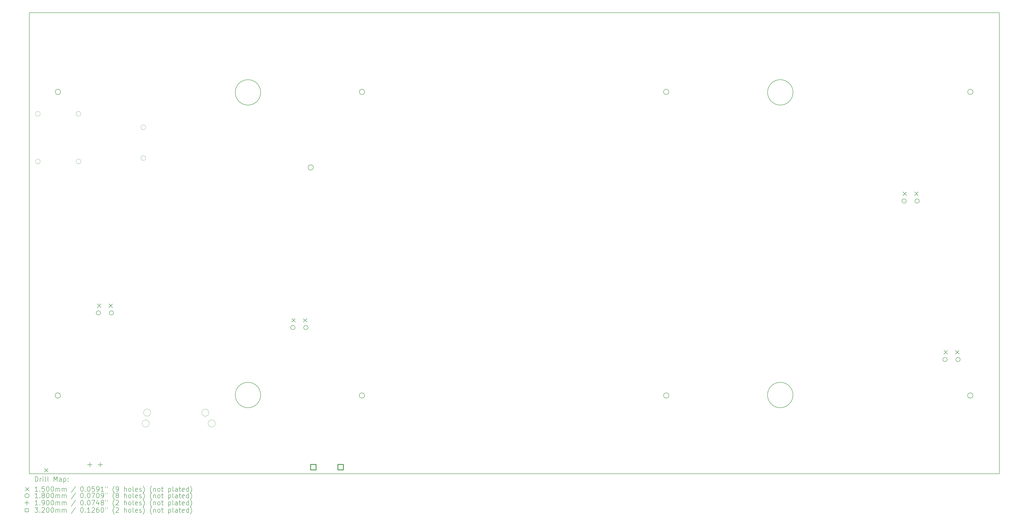
<source format=gbr>
%FSLAX45Y45*%
G04 Gerber Fmt 4.5, Leading zero omitted, Abs format (unit mm)*
G04 Created by KiCad (PCBNEW (6.0.1)) date 2023-03-07 12:10:30*
%MOMM*%
%LPD*%
G01*
G04 APERTURE LIST*
%TA.AperFunction,Profile*%
%ADD10C,0.100000*%
%TD*%
%TA.AperFunction,Profile*%
%ADD11C,0.160000*%
%TD*%
%ADD12C,0.200000*%
%ADD13C,0.150000*%
%ADD14C,0.180000*%
%ADD15C,0.190000*%
%ADD16C,0.320000*%
G04 APERTURE END LIST*
D10*
X6132500Y-7105826D02*
G75*
G03*
X6132500Y-7105826I-100000J0D01*
G01*
X6132500Y-8398394D02*
G75*
G03*
X6132500Y-8398394I-100000J0D01*
G01*
D11*
X33252335Y-5642700D02*
G75*
G03*
X33252335Y-5642700I-533400J0D01*
G01*
X1257300Y-21650000D02*
X41897300Y-21650000D01*
X41897300Y-2298914D02*
X1257300Y-2298914D01*
X15304573Y-5620000D02*
G75*
G03*
X15304573Y-5620000I-110000J0D01*
G01*
X1257300Y-2298914D02*
X1257300Y-21650000D01*
D10*
X8779000Y-19084000D02*
G75*
G03*
X8779000Y-19084000I-150000J0D01*
G01*
D11*
X28048702Y-5620000D02*
G75*
G03*
X28048702Y-5620000I-110000J0D01*
G01*
X28048916Y-18363435D02*
G75*
G03*
X28048916Y-18363435I-110000J0D01*
G01*
X13155300Y-8792914D02*
G75*
G03*
X13155300Y-8792914I-110000J0D01*
G01*
X10950352Y-18342320D02*
G75*
G03*
X10950352Y-18342320I-533400J0D01*
G01*
X10950720Y-5643270D02*
G75*
G03*
X10950720Y-5643270I-533400J0D01*
G01*
D10*
X3415575Y-6540713D02*
G75*
G03*
X3415575Y-6540713I-99968J0D01*
G01*
D11*
X41897300Y-21650000D02*
X41897300Y-2298914D01*
X40792215Y-5620000D02*
G75*
G03*
X40792215Y-5620000I-110000J0D01*
G01*
D10*
X1715408Y-6543253D02*
G75*
G03*
X1715408Y-6543253I-99968J0D01*
G01*
D11*
X2564386Y-5620000D02*
G75*
G03*
X2564386Y-5620000I-110000J0D01*
G01*
X40787018Y-18363435D02*
G75*
G03*
X40787018Y-18363435I-110000J0D01*
G01*
D10*
X9044300Y-19536300D02*
G75*
G03*
X9044300Y-19536300I-150000J0D01*
G01*
X6282300Y-19536300D02*
G75*
G03*
X6282300Y-19536300I-150000J0D01*
G01*
D11*
X15303727Y-18363435D02*
G75*
G03*
X15303727Y-18363435I-110000J0D01*
G01*
X2559925Y-18363435D02*
G75*
G03*
X2559925Y-18363435I-110000J0D01*
G01*
D10*
X3417208Y-8542234D02*
G75*
G03*
X3417208Y-8542234I-99968J0D01*
G01*
X1715408Y-8542234D02*
G75*
G03*
X1715408Y-8542234I-99968J0D01*
G01*
D11*
X33249548Y-18342320D02*
G75*
G03*
X33249548Y-18342320I-533400J0D01*
G01*
D10*
X6343000Y-19081000D02*
G75*
G03*
X6343000Y-19081000I-150000J0D01*
G01*
D12*
D13*
X1891000Y-21428000D02*
X2041000Y-21578000D01*
X2041000Y-21428000D02*
X1891000Y-21578000D01*
X4106720Y-14518113D02*
X4256720Y-14668113D01*
X4256720Y-14518113D02*
X4106720Y-14668113D01*
X4591720Y-14518113D02*
X4741720Y-14668113D01*
X4741720Y-14518113D02*
X4591720Y-14668113D01*
X12251994Y-15131588D02*
X12401994Y-15281588D01*
X12401994Y-15131588D02*
X12251994Y-15281588D01*
X12736994Y-15131588D02*
X12886994Y-15281588D01*
X12886994Y-15131588D02*
X12736994Y-15281588D01*
X37861240Y-9822340D02*
X38011240Y-9972340D01*
X38011240Y-9822340D02*
X37861240Y-9972340D01*
X38346240Y-9822340D02*
X38496240Y-9972340D01*
X38496240Y-9822340D02*
X38346240Y-9972340D01*
X39573200Y-16474600D02*
X39723200Y-16624600D01*
X39723200Y-16474600D02*
X39573200Y-16624600D01*
X40058200Y-16474600D02*
X40208200Y-16624600D01*
X40208200Y-16474600D02*
X40058200Y-16624600D01*
D14*
X4241720Y-14896113D02*
G75*
G03*
X4241720Y-14896113I-90000J0D01*
G01*
X4786720Y-14896113D02*
G75*
G03*
X4786720Y-14896113I-90000J0D01*
G01*
X12386994Y-15509588D02*
G75*
G03*
X12386994Y-15509588I-90000J0D01*
G01*
X12931994Y-15509588D02*
G75*
G03*
X12931994Y-15509588I-90000J0D01*
G01*
X37996240Y-10200340D02*
G75*
G03*
X37996240Y-10200340I-90000J0D01*
G01*
X38541240Y-10200340D02*
G75*
G03*
X38541240Y-10200340I-90000J0D01*
G01*
X39708200Y-16852600D02*
G75*
G03*
X39708200Y-16852600I-90000J0D01*
G01*
X40253200Y-16852600D02*
G75*
G03*
X40253200Y-16852600I-90000J0D01*
G01*
D15*
X3792000Y-21171000D02*
X3792000Y-21361000D01*
X3697000Y-21266000D02*
X3887000Y-21266000D01*
X4232000Y-21171000D02*
X4232000Y-21361000D01*
X4137000Y-21266000D02*
X4327000Y-21266000D01*
D16*
X13271888Y-21483138D02*
X13271888Y-21256862D01*
X13045612Y-21256862D01*
X13045612Y-21483138D01*
X13271888Y-21483138D01*
X14414888Y-21483138D02*
X14414888Y-21256862D01*
X14188612Y-21256862D01*
X14188612Y-21483138D01*
X14414888Y-21483138D01*
D12*
X1506919Y-21968476D02*
X1506919Y-21768476D01*
X1554538Y-21768476D01*
X1583109Y-21778000D01*
X1602157Y-21797048D01*
X1611681Y-21816095D01*
X1621205Y-21854190D01*
X1621205Y-21882762D01*
X1611681Y-21920857D01*
X1602157Y-21939905D01*
X1583109Y-21958952D01*
X1554538Y-21968476D01*
X1506919Y-21968476D01*
X1706919Y-21968476D02*
X1706919Y-21835143D01*
X1706919Y-21873238D02*
X1716443Y-21854190D01*
X1725967Y-21844667D01*
X1745014Y-21835143D01*
X1764062Y-21835143D01*
X1830728Y-21968476D02*
X1830728Y-21835143D01*
X1830728Y-21768476D02*
X1821205Y-21778000D01*
X1830728Y-21787524D01*
X1840252Y-21778000D01*
X1830728Y-21768476D01*
X1830728Y-21787524D01*
X1954538Y-21968476D02*
X1935490Y-21958952D01*
X1925967Y-21939905D01*
X1925967Y-21768476D01*
X2059300Y-21968476D02*
X2040252Y-21958952D01*
X2030728Y-21939905D01*
X2030728Y-21768476D01*
X2287871Y-21968476D02*
X2287871Y-21768476D01*
X2354538Y-21911333D01*
X2421205Y-21768476D01*
X2421205Y-21968476D01*
X2602157Y-21968476D02*
X2602157Y-21863714D01*
X2592633Y-21844667D01*
X2573586Y-21835143D01*
X2535490Y-21835143D01*
X2516443Y-21844667D01*
X2602157Y-21958952D02*
X2583110Y-21968476D01*
X2535490Y-21968476D01*
X2516443Y-21958952D01*
X2506919Y-21939905D01*
X2506919Y-21920857D01*
X2516443Y-21901810D01*
X2535490Y-21892286D01*
X2583110Y-21892286D01*
X2602157Y-21882762D01*
X2697395Y-21835143D02*
X2697395Y-22035143D01*
X2697395Y-21844667D02*
X2716443Y-21835143D01*
X2754538Y-21835143D01*
X2773586Y-21844667D01*
X2783110Y-21854190D01*
X2792633Y-21873238D01*
X2792633Y-21930381D01*
X2783110Y-21949429D01*
X2773586Y-21958952D01*
X2754538Y-21968476D01*
X2716443Y-21968476D01*
X2697395Y-21958952D01*
X2878348Y-21949429D02*
X2887871Y-21958952D01*
X2878348Y-21968476D01*
X2868824Y-21958952D01*
X2878348Y-21949429D01*
X2878348Y-21968476D01*
X2878348Y-21844667D02*
X2887871Y-21854190D01*
X2878348Y-21863714D01*
X2868824Y-21854190D01*
X2878348Y-21844667D01*
X2878348Y-21863714D01*
D13*
X1099300Y-22223000D02*
X1249300Y-22373000D01*
X1249300Y-22223000D02*
X1099300Y-22373000D01*
D12*
X1611681Y-22388476D02*
X1497395Y-22388476D01*
X1554538Y-22388476D02*
X1554538Y-22188476D01*
X1535490Y-22217048D01*
X1516443Y-22236095D01*
X1497395Y-22245619D01*
X1697395Y-22369429D02*
X1706919Y-22378952D01*
X1697395Y-22388476D01*
X1687871Y-22378952D01*
X1697395Y-22369429D01*
X1697395Y-22388476D01*
X1887871Y-22188476D02*
X1792633Y-22188476D01*
X1783109Y-22283714D01*
X1792633Y-22274190D01*
X1811681Y-22264667D01*
X1859300Y-22264667D01*
X1878348Y-22274190D01*
X1887871Y-22283714D01*
X1897395Y-22302762D01*
X1897395Y-22350381D01*
X1887871Y-22369429D01*
X1878348Y-22378952D01*
X1859300Y-22388476D01*
X1811681Y-22388476D01*
X1792633Y-22378952D01*
X1783109Y-22369429D01*
X2021205Y-22188476D02*
X2040252Y-22188476D01*
X2059300Y-22198000D01*
X2068824Y-22207524D01*
X2078348Y-22226571D01*
X2087871Y-22264667D01*
X2087871Y-22312286D01*
X2078348Y-22350381D01*
X2068824Y-22369429D01*
X2059300Y-22378952D01*
X2040252Y-22388476D01*
X2021205Y-22388476D01*
X2002157Y-22378952D01*
X1992633Y-22369429D01*
X1983109Y-22350381D01*
X1973586Y-22312286D01*
X1973586Y-22264667D01*
X1983109Y-22226571D01*
X1992633Y-22207524D01*
X2002157Y-22198000D01*
X2021205Y-22188476D01*
X2211681Y-22188476D02*
X2230729Y-22188476D01*
X2249776Y-22198000D01*
X2259300Y-22207524D01*
X2268824Y-22226571D01*
X2278348Y-22264667D01*
X2278348Y-22312286D01*
X2268824Y-22350381D01*
X2259300Y-22369429D01*
X2249776Y-22378952D01*
X2230729Y-22388476D01*
X2211681Y-22388476D01*
X2192633Y-22378952D01*
X2183110Y-22369429D01*
X2173586Y-22350381D01*
X2164062Y-22312286D01*
X2164062Y-22264667D01*
X2173586Y-22226571D01*
X2183110Y-22207524D01*
X2192633Y-22198000D01*
X2211681Y-22188476D01*
X2364062Y-22388476D02*
X2364062Y-22255143D01*
X2364062Y-22274190D02*
X2373586Y-22264667D01*
X2392633Y-22255143D01*
X2421205Y-22255143D01*
X2440252Y-22264667D01*
X2449776Y-22283714D01*
X2449776Y-22388476D01*
X2449776Y-22283714D02*
X2459300Y-22264667D01*
X2478348Y-22255143D01*
X2506919Y-22255143D01*
X2525967Y-22264667D01*
X2535490Y-22283714D01*
X2535490Y-22388476D01*
X2630729Y-22388476D02*
X2630729Y-22255143D01*
X2630729Y-22274190D02*
X2640252Y-22264667D01*
X2659300Y-22255143D01*
X2687871Y-22255143D01*
X2706919Y-22264667D01*
X2716443Y-22283714D01*
X2716443Y-22388476D01*
X2716443Y-22283714D02*
X2725967Y-22264667D01*
X2745014Y-22255143D01*
X2773586Y-22255143D01*
X2792633Y-22264667D01*
X2802157Y-22283714D01*
X2802157Y-22388476D01*
X3192633Y-22178952D02*
X3021205Y-22436095D01*
X3449776Y-22188476D02*
X3468824Y-22188476D01*
X3487871Y-22198000D01*
X3497395Y-22207524D01*
X3506919Y-22226571D01*
X3516443Y-22264667D01*
X3516443Y-22312286D01*
X3506919Y-22350381D01*
X3497395Y-22369429D01*
X3487871Y-22378952D01*
X3468824Y-22388476D01*
X3449776Y-22388476D01*
X3430728Y-22378952D01*
X3421205Y-22369429D01*
X3411681Y-22350381D01*
X3402157Y-22312286D01*
X3402157Y-22264667D01*
X3411681Y-22226571D01*
X3421205Y-22207524D01*
X3430728Y-22198000D01*
X3449776Y-22188476D01*
X3602157Y-22369429D02*
X3611681Y-22378952D01*
X3602157Y-22388476D01*
X3592633Y-22378952D01*
X3602157Y-22369429D01*
X3602157Y-22388476D01*
X3735490Y-22188476D02*
X3754538Y-22188476D01*
X3773586Y-22198000D01*
X3783109Y-22207524D01*
X3792633Y-22226571D01*
X3802157Y-22264667D01*
X3802157Y-22312286D01*
X3792633Y-22350381D01*
X3783109Y-22369429D01*
X3773586Y-22378952D01*
X3754538Y-22388476D01*
X3735490Y-22388476D01*
X3716443Y-22378952D01*
X3706919Y-22369429D01*
X3697395Y-22350381D01*
X3687871Y-22312286D01*
X3687871Y-22264667D01*
X3697395Y-22226571D01*
X3706919Y-22207524D01*
X3716443Y-22198000D01*
X3735490Y-22188476D01*
X3983109Y-22188476D02*
X3887871Y-22188476D01*
X3878348Y-22283714D01*
X3887871Y-22274190D01*
X3906919Y-22264667D01*
X3954538Y-22264667D01*
X3973586Y-22274190D01*
X3983109Y-22283714D01*
X3992633Y-22302762D01*
X3992633Y-22350381D01*
X3983109Y-22369429D01*
X3973586Y-22378952D01*
X3954538Y-22388476D01*
X3906919Y-22388476D01*
X3887871Y-22378952D01*
X3878348Y-22369429D01*
X4087871Y-22388476D02*
X4125967Y-22388476D01*
X4145014Y-22378952D01*
X4154538Y-22369429D01*
X4173586Y-22340857D01*
X4183109Y-22302762D01*
X4183109Y-22226571D01*
X4173586Y-22207524D01*
X4164062Y-22198000D01*
X4145014Y-22188476D01*
X4106919Y-22188476D01*
X4087871Y-22198000D01*
X4078348Y-22207524D01*
X4068824Y-22226571D01*
X4068824Y-22274190D01*
X4078348Y-22293238D01*
X4087871Y-22302762D01*
X4106919Y-22312286D01*
X4145014Y-22312286D01*
X4164062Y-22302762D01*
X4173586Y-22293238D01*
X4183109Y-22274190D01*
X4373586Y-22388476D02*
X4259300Y-22388476D01*
X4316443Y-22388476D02*
X4316443Y-22188476D01*
X4297395Y-22217048D01*
X4278348Y-22236095D01*
X4259300Y-22245619D01*
X4449776Y-22188476D02*
X4449776Y-22226571D01*
X4525967Y-22188476D02*
X4525967Y-22226571D01*
X4821205Y-22464667D02*
X4811681Y-22455143D01*
X4792633Y-22426571D01*
X4783110Y-22407524D01*
X4773586Y-22378952D01*
X4764062Y-22331333D01*
X4764062Y-22293238D01*
X4773586Y-22245619D01*
X4783110Y-22217048D01*
X4792633Y-22198000D01*
X4811681Y-22169429D01*
X4821205Y-22159905D01*
X4906919Y-22388476D02*
X4945014Y-22388476D01*
X4964062Y-22378952D01*
X4973586Y-22369429D01*
X4992633Y-22340857D01*
X5002157Y-22302762D01*
X5002157Y-22226571D01*
X4992633Y-22207524D01*
X4983110Y-22198000D01*
X4964062Y-22188476D01*
X4925967Y-22188476D01*
X4906919Y-22198000D01*
X4897395Y-22207524D01*
X4887871Y-22226571D01*
X4887871Y-22274190D01*
X4897395Y-22293238D01*
X4906919Y-22302762D01*
X4925967Y-22312286D01*
X4964062Y-22312286D01*
X4983110Y-22302762D01*
X4992633Y-22293238D01*
X5002157Y-22274190D01*
X5240252Y-22388476D02*
X5240252Y-22188476D01*
X5325967Y-22388476D02*
X5325967Y-22283714D01*
X5316443Y-22264667D01*
X5297395Y-22255143D01*
X5268824Y-22255143D01*
X5249776Y-22264667D01*
X5240252Y-22274190D01*
X5449776Y-22388476D02*
X5430729Y-22378952D01*
X5421205Y-22369429D01*
X5411681Y-22350381D01*
X5411681Y-22293238D01*
X5421205Y-22274190D01*
X5430729Y-22264667D01*
X5449776Y-22255143D01*
X5478348Y-22255143D01*
X5497395Y-22264667D01*
X5506919Y-22274190D01*
X5516443Y-22293238D01*
X5516443Y-22350381D01*
X5506919Y-22369429D01*
X5497395Y-22378952D01*
X5478348Y-22388476D01*
X5449776Y-22388476D01*
X5630728Y-22388476D02*
X5611681Y-22378952D01*
X5602157Y-22359905D01*
X5602157Y-22188476D01*
X5783109Y-22378952D02*
X5764062Y-22388476D01*
X5725967Y-22388476D01*
X5706919Y-22378952D01*
X5697395Y-22359905D01*
X5697395Y-22283714D01*
X5706919Y-22264667D01*
X5725967Y-22255143D01*
X5764062Y-22255143D01*
X5783109Y-22264667D01*
X5792633Y-22283714D01*
X5792633Y-22302762D01*
X5697395Y-22321810D01*
X5868824Y-22378952D02*
X5887871Y-22388476D01*
X5925967Y-22388476D01*
X5945014Y-22378952D01*
X5954538Y-22359905D01*
X5954538Y-22350381D01*
X5945014Y-22331333D01*
X5925967Y-22321810D01*
X5897395Y-22321810D01*
X5878348Y-22312286D01*
X5868824Y-22293238D01*
X5868824Y-22283714D01*
X5878348Y-22264667D01*
X5897395Y-22255143D01*
X5925967Y-22255143D01*
X5945014Y-22264667D01*
X6021205Y-22464667D02*
X6030728Y-22455143D01*
X6049776Y-22426571D01*
X6059300Y-22407524D01*
X6068824Y-22378952D01*
X6078348Y-22331333D01*
X6078348Y-22293238D01*
X6068824Y-22245619D01*
X6059300Y-22217048D01*
X6049776Y-22198000D01*
X6030728Y-22169429D01*
X6021205Y-22159905D01*
X6383109Y-22464667D02*
X6373586Y-22455143D01*
X6354538Y-22426571D01*
X6345014Y-22407524D01*
X6335490Y-22378952D01*
X6325967Y-22331333D01*
X6325967Y-22293238D01*
X6335490Y-22245619D01*
X6345014Y-22217048D01*
X6354538Y-22198000D01*
X6373586Y-22169429D01*
X6383109Y-22159905D01*
X6459300Y-22255143D02*
X6459300Y-22388476D01*
X6459300Y-22274190D02*
X6468824Y-22264667D01*
X6487871Y-22255143D01*
X6516443Y-22255143D01*
X6535490Y-22264667D01*
X6545014Y-22283714D01*
X6545014Y-22388476D01*
X6668824Y-22388476D02*
X6649776Y-22378952D01*
X6640252Y-22369429D01*
X6630728Y-22350381D01*
X6630728Y-22293238D01*
X6640252Y-22274190D01*
X6649776Y-22264667D01*
X6668824Y-22255143D01*
X6697395Y-22255143D01*
X6716443Y-22264667D01*
X6725967Y-22274190D01*
X6735490Y-22293238D01*
X6735490Y-22350381D01*
X6725967Y-22369429D01*
X6716443Y-22378952D01*
X6697395Y-22388476D01*
X6668824Y-22388476D01*
X6792633Y-22255143D02*
X6868824Y-22255143D01*
X6821205Y-22188476D02*
X6821205Y-22359905D01*
X6830728Y-22378952D01*
X6849776Y-22388476D01*
X6868824Y-22388476D01*
X7087871Y-22255143D02*
X7087871Y-22455143D01*
X7087871Y-22264667D02*
X7106919Y-22255143D01*
X7145014Y-22255143D01*
X7164062Y-22264667D01*
X7173586Y-22274190D01*
X7183109Y-22293238D01*
X7183109Y-22350381D01*
X7173586Y-22369429D01*
X7164062Y-22378952D01*
X7145014Y-22388476D01*
X7106919Y-22388476D01*
X7087871Y-22378952D01*
X7297395Y-22388476D02*
X7278348Y-22378952D01*
X7268824Y-22359905D01*
X7268824Y-22188476D01*
X7459300Y-22388476D02*
X7459300Y-22283714D01*
X7449776Y-22264667D01*
X7430728Y-22255143D01*
X7392633Y-22255143D01*
X7373586Y-22264667D01*
X7459300Y-22378952D02*
X7440252Y-22388476D01*
X7392633Y-22388476D01*
X7373586Y-22378952D01*
X7364062Y-22359905D01*
X7364062Y-22340857D01*
X7373586Y-22321810D01*
X7392633Y-22312286D01*
X7440252Y-22312286D01*
X7459300Y-22302762D01*
X7525967Y-22255143D02*
X7602157Y-22255143D01*
X7554538Y-22188476D02*
X7554538Y-22359905D01*
X7564062Y-22378952D01*
X7583109Y-22388476D01*
X7602157Y-22388476D01*
X7745014Y-22378952D02*
X7725967Y-22388476D01*
X7687871Y-22388476D01*
X7668824Y-22378952D01*
X7659300Y-22359905D01*
X7659300Y-22283714D01*
X7668824Y-22264667D01*
X7687871Y-22255143D01*
X7725967Y-22255143D01*
X7745014Y-22264667D01*
X7754538Y-22283714D01*
X7754538Y-22302762D01*
X7659300Y-22321810D01*
X7925967Y-22388476D02*
X7925967Y-22188476D01*
X7925967Y-22378952D02*
X7906919Y-22388476D01*
X7868824Y-22388476D01*
X7849776Y-22378952D01*
X7840252Y-22369429D01*
X7830728Y-22350381D01*
X7830728Y-22293238D01*
X7840252Y-22274190D01*
X7849776Y-22264667D01*
X7868824Y-22255143D01*
X7906919Y-22255143D01*
X7925967Y-22264667D01*
X8002157Y-22464667D02*
X8011681Y-22455143D01*
X8030728Y-22426571D01*
X8040252Y-22407524D01*
X8049776Y-22378952D01*
X8059300Y-22331333D01*
X8059300Y-22293238D01*
X8049776Y-22245619D01*
X8040252Y-22217048D01*
X8030728Y-22198000D01*
X8011681Y-22169429D01*
X8002157Y-22159905D01*
D14*
X1249300Y-22568000D02*
G75*
G03*
X1249300Y-22568000I-90000J0D01*
G01*
D12*
X1611681Y-22658476D02*
X1497395Y-22658476D01*
X1554538Y-22658476D02*
X1554538Y-22458476D01*
X1535490Y-22487048D01*
X1516443Y-22506095D01*
X1497395Y-22515619D01*
X1697395Y-22639428D02*
X1706919Y-22648952D01*
X1697395Y-22658476D01*
X1687871Y-22648952D01*
X1697395Y-22639428D01*
X1697395Y-22658476D01*
X1821205Y-22544190D02*
X1802157Y-22534667D01*
X1792633Y-22525143D01*
X1783109Y-22506095D01*
X1783109Y-22496571D01*
X1792633Y-22477524D01*
X1802157Y-22468000D01*
X1821205Y-22458476D01*
X1859300Y-22458476D01*
X1878348Y-22468000D01*
X1887871Y-22477524D01*
X1897395Y-22496571D01*
X1897395Y-22506095D01*
X1887871Y-22525143D01*
X1878348Y-22534667D01*
X1859300Y-22544190D01*
X1821205Y-22544190D01*
X1802157Y-22553714D01*
X1792633Y-22563238D01*
X1783109Y-22582286D01*
X1783109Y-22620381D01*
X1792633Y-22639428D01*
X1802157Y-22648952D01*
X1821205Y-22658476D01*
X1859300Y-22658476D01*
X1878348Y-22648952D01*
X1887871Y-22639428D01*
X1897395Y-22620381D01*
X1897395Y-22582286D01*
X1887871Y-22563238D01*
X1878348Y-22553714D01*
X1859300Y-22544190D01*
X2021205Y-22458476D02*
X2040252Y-22458476D01*
X2059300Y-22468000D01*
X2068824Y-22477524D01*
X2078348Y-22496571D01*
X2087871Y-22534667D01*
X2087871Y-22582286D01*
X2078348Y-22620381D01*
X2068824Y-22639428D01*
X2059300Y-22648952D01*
X2040252Y-22658476D01*
X2021205Y-22658476D01*
X2002157Y-22648952D01*
X1992633Y-22639428D01*
X1983109Y-22620381D01*
X1973586Y-22582286D01*
X1973586Y-22534667D01*
X1983109Y-22496571D01*
X1992633Y-22477524D01*
X2002157Y-22468000D01*
X2021205Y-22458476D01*
X2211681Y-22458476D02*
X2230729Y-22458476D01*
X2249776Y-22468000D01*
X2259300Y-22477524D01*
X2268824Y-22496571D01*
X2278348Y-22534667D01*
X2278348Y-22582286D01*
X2268824Y-22620381D01*
X2259300Y-22639428D01*
X2249776Y-22648952D01*
X2230729Y-22658476D01*
X2211681Y-22658476D01*
X2192633Y-22648952D01*
X2183110Y-22639428D01*
X2173586Y-22620381D01*
X2164062Y-22582286D01*
X2164062Y-22534667D01*
X2173586Y-22496571D01*
X2183110Y-22477524D01*
X2192633Y-22468000D01*
X2211681Y-22458476D01*
X2364062Y-22658476D02*
X2364062Y-22525143D01*
X2364062Y-22544190D02*
X2373586Y-22534667D01*
X2392633Y-22525143D01*
X2421205Y-22525143D01*
X2440252Y-22534667D01*
X2449776Y-22553714D01*
X2449776Y-22658476D01*
X2449776Y-22553714D02*
X2459300Y-22534667D01*
X2478348Y-22525143D01*
X2506919Y-22525143D01*
X2525967Y-22534667D01*
X2535490Y-22553714D01*
X2535490Y-22658476D01*
X2630729Y-22658476D02*
X2630729Y-22525143D01*
X2630729Y-22544190D02*
X2640252Y-22534667D01*
X2659300Y-22525143D01*
X2687871Y-22525143D01*
X2706919Y-22534667D01*
X2716443Y-22553714D01*
X2716443Y-22658476D01*
X2716443Y-22553714D02*
X2725967Y-22534667D01*
X2745014Y-22525143D01*
X2773586Y-22525143D01*
X2792633Y-22534667D01*
X2802157Y-22553714D01*
X2802157Y-22658476D01*
X3192633Y-22448952D02*
X3021205Y-22706095D01*
X3449776Y-22458476D02*
X3468824Y-22458476D01*
X3487871Y-22468000D01*
X3497395Y-22477524D01*
X3506919Y-22496571D01*
X3516443Y-22534667D01*
X3516443Y-22582286D01*
X3506919Y-22620381D01*
X3497395Y-22639428D01*
X3487871Y-22648952D01*
X3468824Y-22658476D01*
X3449776Y-22658476D01*
X3430728Y-22648952D01*
X3421205Y-22639428D01*
X3411681Y-22620381D01*
X3402157Y-22582286D01*
X3402157Y-22534667D01*
X3411681Y-22496571D01*
X3421205Y-22477524D01*
X3430728Y-22468000D01*
X3449776Y-22458476D01*
X3602157Y-22639428D02*
X3611681Y-22648952D01*
X3602157Y-22658476D01*
X3592633Y-22648952D01*
X3602157Y-22639428D01*
X3602157Y-22658476D01*
X3735490Y-22458476D02*
X3754538Y-22458476D01*
X3773586Y-22468000D01*
X3783109Y-22477524D01*
X3792633Y-22496571D01*
X3802157Y-22534667D01*
X3802157Y-22582286D01*
X3792633Y-22620381D01*
X3783109Y-22639428D01*
X3773586Y-22648952D01*
X3754538Y-22658476D01*
X3735490Y-22658476D01*
X3716443Y-22648952D01*
X3706919Y-22639428D01*
X3697395Y-22620381D01*
X3687871Y-22582286D01*
X3687871Y-22534667D01*
X3697395Y-22496571D01*
X3706919Y-22477524D01*
X3716443Y-22468000D01*
X3735490Y-22458476D01*
X3868824Y-22458476D02*
X4002157Y-22458476D01*
X3916443Y-22658476D01*
X4116443Y-22458476D02*
X4135490Y-22458476D01*
X4154538Y-22468000D01*
X4164062Y-22477524D01*
X4173586Y-22496571D01*
X4183109Y-22534667D01*
X4183109Y-22582286D01*
X4173586Y-22620381D01*
X4164062Y-22639428D01*
X4154538Y-22648952D01*
X4135490Y-22658476D01*
X4116443Y-22658476D01*
X4097395Y-22648952D01*
X4087871Y-22639428D01*
X4078348Y-22620381D01*
X4068824Y-22582286D01*
X4068824Y-22534667D01*
X4078348Y-22496571D01*
X4087871Y-22477524D01*
X4097395Y-22468000D01*
X4116443Y-22458476D01*
X4278348Y-22658476D02*
X4316443Y-22658476D01*
X4335490Y-22648952D01*
X4345014Y-22639428D01*
X4364062Y-22610857D01*
X4373586Y-22572762D01*
X4373586Y-22496571D01*
X4364062Y-22477524D01*
X4354538Y-22468000D01*
X4335490Y-22458476D01*
X4297395Y-22458476D01*
X4278348Y-22468000D01*
X4268824Y-22477524D01*
X4259300Y-22496571D01*
X4259300Y-22544190D01*
X4268824Y-22563238D01*
X4278348Y-22572762D01*
X4297395Y-22582286D01*
X4335490Y-22582286D01*
X4354538Y-22572762D01*
X4364062Y-22563238D01*
X4373586Y-22544190D01*
X4449776Y-22458476D02*
X4449776Y-22496571D01*
X4525967Y-22458476D02*
X4525967Y-22496571D01*
X4821205Y-22734667D02*
X4811681Y-22725143D01*
X4792633Y-22696571D01*
X4783110Y-22677524D01*
X4773586Y-22648952D01*
X4764062Y-22601333D01*
X4764062Y-22563238D01*
X4773586Y-22515619D01*
X4783110Y-22487048D01*
X4792633Y-22468000D01*
X4811681Y-22439428D01*
X4821205Y-22429905D01*
X4925967Y-22544190D02*
X4906919Y-22534667D01*
X4897395Y-22525143D01*
X4887871Y-22506095D01*
X4887871Y-22496571D01*
X4897395Y-22477524D01*
X4906919Y-22468000D01*
X4925967Y-22458476D01*
X4964062Y-22458476D01*
X4983110Y-22468000D01*
X4992633Y-22477524D01*
X5002157Y-22496571D01*
X5002157Y-22506095D01*
X4992633Y-22525143D01*
X4983110Y-22534667D01*
X4964062Y-22544190D01*
X4925967Y-22544190D01*
X4906919Y-22553714D01*
X4897395Y-22563238D01*
X4887871Y-22582286D01*
X4887871Y-22620381D01*
X4897395Y-22639428D01*
X4906919Y-22648952D01*
X4925967Y-22658476D01*
X4964062Y-22658476D01*
X4983110Y-22648952D01*
X4992633Y-22639428D01*
X5002157Y-22620381D01*
X5002157Y-22582286D01*
X4992633Y-22563238D01*
X4983110Y-22553714D01*
X4964062Y-22544190D01*
X5240252Y-22658476D02*
X5240252Y-22458476D01*
X5325967Y-22658476D02*
X5325967Y-22553714D01*
X5316443Y-22534667D01*
X5297395Y-22525143D01*
X5268824Y-22525143D01*
X5249776Y-22534667D01*
X5240252Y-22544190D01*
X5449776Y-22658476D02*
X5430729Y-22648952D01*
X5421205Y-22639428D01*
X5411681Y-22620381D01*
X5411681Y-22563238D01*
X5421205Y-22544190D01*
X5430729Y-22534667D01*
X5449776Y-22525143D01*
X5478348Y-22525143D01*
X5497395Y-22534667D01*
X5506919Y-22544190D01*
X5516443Y-22563238D01*
X5516443Y-22620381D01*
X5506919Y-22639428D01*
X5497395Y-22648952D01*
X5478348Y-22658476D01*
X5449776Y-22658476D01*
X5630728Y-22658476D02*
X5611681Y-22648952D01*
X5602157Y-22629905D01*
X5602157Y-22458476D01*
X5783109Y-22648952D02*
X5764062Y-22658476D01*
X5725967Y-22658476D01*
X5706919Y-22648952D01*
X5697395Y-22629905D01*
X5697395Y-22553714D01*
X5706919Y-22534667D01*
X5725967Y-22525143D01*
X5764062Y-22525143D01*
X5783109Y-22534667D01*
X5792633Y-22553714D01*
X5792633Y-22572762D01*
X5697395Y-22591809D01*
X5868824Y-22648952D02*
X5887871Y-22658476D01*
X5925967Y-22658476D01*
X5945014Y-22648952D01*
X5954538Y-22629905D01*
X5954538Y-22620381D01*
X5945014Y-22601333D01*
X5925967Y-22591809D01*
X5897395Y-22591809D01*
X5878348Y-22582286D01*
X5868824Y-22563238D01*
X5868824Y-22553714D01*
X5878348Y-22534667D01*
X5897395Y-22525143D01*
X5925967Y-22525143D01*
X5945014Y-22534667D01*
X6021205Y-22734667D02*
X6030728Y-22725143D01*
X6049776Y-22696571D01*
X6059300Y-22677524D01*
X6068824Y-22648952D01*
X6078348Y-22601333D01*
X6078348Y-22563238D01*
X6068824Y-22515619D01*
X6059300Y-22487048D01*
X6049776Y-22468000D01*
X6030728Y-22439428D01*
X6021205Y-22429905D01*
X6383109Y-22734667D02*
X6373586Y-22725143D01*
X6354538Y-22696571D01*
X6345014Y-22677524D01*
X6335490Y-22648952D01*
X6325967Y-22601333D01*
X6325967Y-22563238D01*
X6335490Y-22515619D01*
X6345014Y-22487048D01*
X6354538Y-22468000D01*
X6373586Y-22439428D01*
X6383109Y-22429905D01*
X6459300Y-22525143D02*
X6459300Y-22658476D01*
X6459300Y-22544190D02*
X6468824Y-22534667D01*
X6487871Y-22525143D01*
X6516443Y-22525143D01*
X6535490Y-22534667D01*
X6545014Y-22553714D01*
X6545014Y-22658476D01*
X6668824Y-22658476D02*
X6649776Y-22648952D01*
X6640252Y-22639428D01*
X6630728Y-22620381D01*
X6630728Y-22563238D01*
X6640252Y-22544190D01*
X6649776Y-22534667D01*
X6668824Y-22525143D01*
X6697395Y-22525143D01*
X6716443Y-22534667D01*
X6725967Y-22544190D01*
X6735490Y-22563238D01*
X6735490Y-22620381D01*
X6725967Y-22639428D01*
X6716443Y-22648952D01*
X6697395Y-22658476D01*
X6668824Y-22658476D01*
X6792633Y-22525143D02*
X6868824Y-22525143D01*
X6821205Y-22458476D02*
X6821205Y-22629905D01*
X6830728Y-22648952D01*
X6849776Y-22658476D01*
X6868824Y-22658476D01*
X7087871Y-22525143D02*
X7087871Y-22725143D01*
X7087871Y-22534667D02*
X7106919Y-22525143D01*
X7145014Y-22525143D01*
X7164062Y-22534667D01*
X7173586Y-22544190D01*
X7183109Y-22563238D01*
X7183109Y-22620381D01*
X7173586Y-22639428D01*
X7164062Y-22648952D01*
X7145014Y-22658476D01*
X7106919Y-22658476D01*
X7087871Y-22648952D01*
X7297395Y-22658476D02*
X7278348Y-22648952D01*
X7268824Y-22629905D01*
X7268824Y-22458476D01*
X7459300Y-22658476D02*
X7459300Y-22553714D01*
X7449776Y-22534667D01*
X7430728Y-22525143D01*
X7392633Y-22525143D01*
X7373586Y-22534667D01*
X7459300Y-22648952D02*
X7440252Y-22658476D01*
X7392633Y-22658476D01*
X7373586Y-22648952D01*
X7364062Y-22629905D01*
X7364062Y-22610857D01*
X7373586Y-22591809D01*
X7392633Y-22582286D01*
X7440252Y-22582286D01*
X7459300Y-22572762D01*
X7525967Y-22525143D02*
X7602157Y-22525143D01*
X7554538Y-22458476D02*
X7554538Y-22629905D01*
X7564062Y-22648952D01*
X7583109Y-22658476D01*
X7602157Y-22658476D01*
X7745014Y-22648952D02*
X7725967Y-22658476D01*
X7687871Y-22658476D01*
X7668824Y-22648952D01*
X7659300Y-22629905D01*
X7659300Y-22553714D01*
X7668824Y-22534667D01*
X7687871Y-22525143D01*
X7725967Y-22525143D01*
X7745014Y-22534667D01*
X7754538Y-22553714D01*
X7754538Y-22572762D01*
X7659300Y-22591809D01*
X7925967Y-22658476D02*
X7925967Y-22458476D01*
X7925967Y-22648952D02*
X7906919Y-22658476D01*
X7868824Y-22658476D01*
X7849776Y-22648952D01*
X7840252Y-22639428D01*
X7830728Y-22620381D01*
X7830728Y-22563238D01*
X7840252Y-22544190D01*
X7849776Y-22534667D01*
X7868824Y-22525143D01*
X7906919Y-22525143D01*
X7925967Y-22534667D01*
X8002157Y-22734667D02*
X8011681Y-22725143D01*
X8030728Y-22696571D01*
X8040252Y-22677524D01*
X8049776Y-22648952D01*
X8059300Y-22601333D01*
X8059300Y-22563238D01*
X8049776Y-22515619D01*
X8040252Y-22487048D01*
X8030728Y-22468000D01*
X8011681Y-22439428D01*
X8002157Y-22429905D01*
D15*
X1154300Y-22773000D02*
X1154300Y-22963000D01*
X1059300Y-22868000D02*
X1249300Y-22868000D01*
D12*
X1611681Y-22958476D02*
X1497395Y-22958476D01*
X1554538Y-22958476D02*
X1554538Y-22758476D01*
X1535490Y-22787048D01*
X1516443Y-22806095D01*
X1497395Y-22815619D01*
X1697395Y-22939428D02*
X1706919Y-22948952D01*
X1697395Y-22958476D01*
X1687871Y-22948952D01*
X1697395Y-22939428D01*
X1697395Y-22958476D01*
X1802157Y-22958476D02*
X1840252Y-22958476D01*
X1859300Y-22948952D01*
X1868824Y-22939428D01*
X1887871Y-22910857D01*
X1897395Y-22872762D01*
X1897395Y-22796571D01*
X1887871Y-22777524D01*
X1878348Y-22768000D01*
X1859300Y-22758476D01*
X1821205Y-22758476D01*
X1802157Y-22768000D01*
X1792633Y-22777524D01*
X1783109Y-22796571D01*
X1783109Y-22844190D01*
X1792633Y-22863238D01*
X1802157Y-22872762D01*
X1821205Y-22882286D01*
X1859300Y-22882286D01*
X1878348Y-22872762D01*
X1887871Y-22863238D01*
X1897395Y-22844190D01*
X2021205Y-22758476D02*
X2040252Y-22758476D01*
X2059300Y-22768000D01*
X2068824Y-22777524D01*
X2078348Y-22796571D01*
X2087871Y-22834667D01*
X2087871Y-22882286D01*
X2078348Y-22920381D01*
X2068824Y-22939428D01*
X2059300Y-22948952D01*
X2040252Y-22958476D01*
X2021205Y-22958476D01*
X2002157Y-22948952D01*
X1992633Y-22939428D01*
X1983109Y-22920381D01*
X1973586Y-22882286D01*
X1973586Y-22834667D01*
X1983109Y-22796571D01*
X1992633Y-22777524D01*
X2002157Y-22768000D01*
X2021205Y-22758476D01*
X2211681Y-22758476D02*
X2230729Y-22758476D01*
X2249776Y-22768000D01*
X2259300Y-22777524D01*
X2268824Y-22796571D01*
X2278348Y-22834667D01*
X2278348Y-22882286D01*
X2268824Y-22920381D01*
X2259300Y-22939428D01*
X2249776Y-22948952D01*
X2230729Y-22958476D01*
X2211681Y-22958476D01*
X2192633Y-22948952D01*
X2183110Y-22939428D01*
X2173586Y-22920381D01*
X2164062Y-22882286D01*
X2164062Y-22834667D01*
X2173586Y-22796571D01*
X2183110Y-22777524D01*
X2192633Y-22768000D01*
X2211681Y-22758476D01*
X2364062Y-22958476D02*
X2364062Y-22825143D01*
X2364062Y-22844190D02*
X2373586Y-22834667D01*
X2392633Y-22825143D01*
X2421205Y-22825143D01*
X2440252Y-22834667D01*
X2449776Y-22853714D01*
X2449776Y-22958476D01*
X2449776Y-22853714D02*
X2459300Y-22834667D01*
X2478348Y-22825143D01*
X2506919Y-22825143D01*
X2525967Y-22834667D01*
X2535490Y-22853714D01*
X2535490Y-22958476D01*
X2630729Y-22958476D02*
X2630729Y-22825143D01*
X2630729Y-22844190D02*
X2640252Y-22834667D01*
X2659300Y-22825143D01*
X2687871Y-22825143D01*
X2706919Y-22834667D01*
X2716443Y-22853714D01*
X2716443Y-22958476D01*
X2716443Y-22853714D02*
X2725967Y-22834667D01*
X2745014Y-22825143D01*
X2773586Y-22825143D01*
X2792633Y-22834667D01*
X2802157Y-22853714D01*
X2802157Y-22958476D01*
X3192633Y-22748952D02*
X3021205Y-23006095D01*
X3449776Y-22758476D02*
X3468824Y-22758476D01*
X3487871Y-22768000D01*
X3497395Y-22777524D01*
X3506919Y-22796571D01*
X3516443Y-22834667D01*
X3516443Y-22882286D01*
X3506919Y-22920381D01*
X3497395Y-22939428D01*
X3487871Y-22948952D01*
X3468824Y-22958476D01*
X3449776Y-22958476D01*
X3430728Y-22948952D01*
X3421205Y-22939428D01*
X3411681Y-22920381D01*
X3402157Y-22882286D01*
X3402157Y-22834667D01*
X3411681Y-22796571D01*
X3421205Y-22777524D01*
X3430728Y-22768000D01*
X3449776Y-22758476D01*
X3602157Y-22939428D02*
X3611681Y-22948952D01*
X3602157Y-22958476D01*
X3592633Y-22948952D01*
X3602157Y-22939428D01*
X3602157Y-22958476D01*
X3735490Y-22758476D02*
X3754538Y-22758476D01*
X3773586Y-22768000D01*
X3783109Y-22777524D01*
X3792633Y-22796571D01*
X3802157Y-22834667D01*
X3802157Y-22882286D01*
X3792633Y-22920381D01*
X3783109Y-22939428D01*
X3773586Y-22948952D01*
X3754538Y-22958476D01*
X3735490Y-22958476D01*
X3716443Y-22948952D01*
X3706919Y-22939428D01*
X3697395Y-22920381D01*
X3687871Y-22882286D01*
X3687871Y-22834667D01*
X3697395Y-22796571D01*
X3706919Y-22777524D01*
X3716443Y-22768000D01*
X3735490Y-22758476D01*
X3868824Y-22758476D02*
X4002157Y-22758476D01*
X3916443Y-22958476D01*
X4164062Y-22825143D02*
X4164062Y-22958476D01*
X4116443Y-22748952D02*
X4068824Y-22891809D01*
X4192633Y-22891809D01*
X4297395Y-22844190D02*
X4278348Y-22834667D01*
X4268824Y-22825143D01*
X4259300Y-22806095D01*
X4259300Y-22796571D01*
X4268824Y-22777524D01*
X4278348Y-22768000D01*
X4297395Y-22758476D01*
X4335490Y-22758476D01*
X4354538Y-22768000D01*
X4364062Y-22777524D01*
X4373586Y-22796571D01*
X4373586Y-22806095D01*
X4364062Y-22825143D01*
X4354538Y-22834667D01*
X4335490Y-22844190D01*
X4297395Y-22844190D01*
X4278348Y-22853714D01*
X4268824Y-22863238D01*
X4259300Y-22882286D01*
X4259300Y-22920381D01*
X4268824Y-22939428D01*
X4278348Y-22948952D01*
X4297395Y-22958476D01*
X4335490Y-22958476D01*
X4354538Y-22948952D01*
X4364062Y-22939428D01*
X4373586Y-22920381D01*
X4373586Y-22882286D01*
X4364062Y-22863238D01*
X4354538Y-22853714D01*
X4335490Y-22844190D01*
X4449776Y-22758476D02*
X4449776Y-22796571D01*
X4525967Y-22758476D02*
X4525967Y-22796571D01*
X4821205Y-23034667D02*
X4811681Y-23025143D01*
X4792633Y-22996571D01*
X4783110Y-22977524D01*
X4773586Y-22948952D01*
X4764062Y-22901333D01*
X4764062Y-22863238D01*
X4773586Y-22815619D01*
X4783110Y-22787048D01*
X4792633Y-22768000D01*
X4811681Y-22739428D01*
X4821205Y-22729905D01*
X4887871Y-22777524D02*
X4897395Y-22768000D01*
X4916443Y-22758476D01*
X4964062Y-22758476D01*
X4983110Y-22768000D01*
X4992633Y-22777524D01*
X5002157Y-22796571D01*
X5002157Y-22815619D01*
X4992633Y-22844190D01*
X4878348Y-22958476D01*
X5002157Y-22958476D01*
X5240252Y-22958476D02*
X5240252Y-22758476D01*
X5325967Y-22958476D02*
X5325967Y-22853714D01*
X5316443Y-22834667D01*
X5297395Y-22825143D01*
X5268824Y-22825143D01*
X5249776Y-22834667D01*
X5240252Y-22844190D01*
X5449776Y-22958476D02*
X5430729Y-22948952D01*
X5421205Y-22939428D01*
X5411681Y-22920381D01*
X5411681Y-22863238D01*
X5421205Y-22844190D01*
X5430729Y-22834667D01*
X5449776Y-22825143D01*
X5478348Y-22825143D01*
X5497395Y-22834667D01*
X5506919Y-22844190D01*
X5516443Y-22863238D01*
X5516443Y-22920381D01*
X5506919Y-22939428D01*
X5497395Y-22948952D01*
X5478348Y-22958476D01*
X5449776Y-22958476D01*
X5630728Y-22958476D02*
X5611681Y-22948952D01*
X5602157Y-22929905D01*
X5602157Y-22758476D01*
X5783109Y-22948952D02*
X5764062Y-22958476D01*
X5725967Y-22958476D01*
X5706919Y-22948952D01*
X5697395Y-22929905D01*
X5697395Y-22853714D01*
X5706919Y-22834667D01*
X5725967Y-22825143D01*
X5764062Y-22825143D01*
X5783109Y-22834667D01*
X5792633Y-22853714D01*
X5792633Y-22872762D01*
X5697395Y-22891809D01*
X5868824Y-22948952D02*
X5887871Y-22958476D01*
X5925967Y-22958476D01*
X5945014Y-22948952D01*
X5954538Y-22929905D01*
X5954538Y-22920381D01*
X5945014Y-22901333D01*
X5925967Y-22891809D01*
X5897395Y-22891809D01*
X5878348Y-22882286D01*
X5868824Y-22863238D01*
X5868824Y-22853714D01*
X5878348Y-22834667D01*
X5897395Y-22825143D01*
X5925967Y-22825143D01*
X5945014Y-22834667D01*
X6021205Y-23034667D02*
X6030728Y-23025143D01*
X6049776Y-22996571D01*
X6059300Y-22977524D01*
X6068824Y-22948952D01*
X6078348Y-22901333D01*
X6078348Y-22863238D01*
X6068824Y-22815619D01*
X6059300Y-22787048D01*
X6049776Y-22768000D01*
X6030728Y-22739428D01*
X6021205Y-22729905D01*
X6383109Y-23034667D02*
X6373586Y-23025143D01*
X6354538Y-22996571D01*
X6345014Y-22977524D01*
X6335490Y-22948952D01*
X6325967Y-22901333D01*
X6325967Y-22863238D01*
X6335490Y-22815619D01*
X6345014Y-22787048D01*
X6354538Y-22768000D01*
X6373586Y-22739428D01*
X6383109Y-22729905D01*
X6459300Y-22825143D02*
X6459300Y-22958476D01*
X6459300Y-22844190D02*
X6468824Y-22834667D01*
X6487871Y-22825143D01*
X6516443Y-22825143D01*
X6535490Y-22834667D01*
X6545014Y-22853714D01*
X6545014Y-22958476D01*
X6668824Y-22958476D02*
X6649776Y-22948952D01*
X6640252Y-22939428D01*
X6630728Y-22920381D01*
X6630728Y-22863238D01*
X6640252Y-22844190D01*
X6649776Y-22834667D01*
X6668824Y-22825143D01*
X6697395Y-22825143D01*
X6716443Y-22834667D01*
X6725967Y-22844190D01*
X6735490Y-22863238D01*
X6735490Y-22920381D01*
X6725967Y-22939428D01*
X6716443Y-22948952D01*
X6697395Y-22958476D01*
X6668824Y-22958476D01*
X6792633Y-22825143D02*
X6868824Y-22825143D01*
X6821205Y-22758476D02*
X6821205Y-22929905D01*
X6830728Y-22948952D01*
X6849776Y-22958476D01*
X6868824Y-22958476D01*
X7087871Y-22825143D02*
X7087871Y-23025143D01*
X7087871Y-22834667D02*
X7106919Y-22825143D01*
X7145014Y-22825143D01*
X7164062Y-22834667D01*
X7173586Y-22844190D01*
X7183109Y-22863238D01*
X7183109Y-22920381D01*
X7173586Y-22939428D01*
X7164062Y-22948952D01*
X7145014Y-22958476D01*
X7106919Y-22958476D01*
X7087871Y-22948952D01*
X7297395Y-22958476D02*
X7278348Y-22948952D01*
X7268824Y-22929905D01*
X7268824Y-22758476D01*
X7459300Y-22958476D02*
X7459300Y-22853714D01*
X7449776Y-22834667D01*
X7430728Y-22825143D01*
X7392633Y-22825143D01*
X7373586Y-22834667D01*
X7459300Y-22948952D02*
X7440252Y-22958476D01*
X7392633Y-22958476D01*
X7373586Y-22948952D01*
X7364062Y-22929905D01*
X7364062Y-22910857D01*
X7373586Y-22891809D01*
X7392633Y-22882286D01*
X7440252Y-22882286D01*
X7459300Y-22872762D01*
X7525967Y-22825143D02*
X7602157Y-22825143D01*
X7554538Y-22758476D02*
X7554538Y-22929905D01*
X7564062Y-22948952D01*
X7583109Y-22958476D01*
X7602157Y-22958476D01*
X7745014Y-22948952D02*
X7725967Y-22958476D01*
X7687871Y-22958476D01*
X7668824Y-22948952D01*
X7659300Y-22929905D01*
X7659300Y-22853714D01*
X7668824Y-22834667D01*
X7687871Y-22825143D01*
X7725967Y-22825143D01*
X7745014Y-22834667D01*
X7754538Y-22853714D01*
X7754538Y-22872762D01*
X7659300Y-22891809D01*
X7925967Y-22958476D02*
X7925967Y-22758476D01*
X7925967Y-22948952D02*
X7906919Y-22958476D01*
X7868824Y-22958476D01*
X7849776Y-22948952D01*
X7840252Y-22939428D01*
X7830728Y-22920381D01*
X7830728Y-22863238D01*
X7840252Y-22844190D01*
X7849776Y-22834667D01*
X7868824Y-22825143D01*
X7906919Y-22825143D01*
X7925967Y-22834667D01*
X8002157Y-23034667D02*
X8011681Y-23025143D01*
X8030728Y-22996571D01*
X8040252Y-22977524D01*
X8049776Y-22948952D01*
X8059300Y-22901333D01*
X8059300Y-22863238D01*
X8049776Y-22815619D01*
X8040252Y-22787048D01*
X8030728Y-22768000D01*
X8011681Y-22739428D01*
X8002157Y-22729905D01*
X1220011Y-23248711D02*
X1220011Y-23107289D01*
X1078589Y-23107289D01*
X1078589Y-23248711D01*
X1220011Y-23248711D01*
X1487871Y-23068476D02*
X1611681Y-23068476D01*
X1545014Y-23144667D01*
X1573586Y-23144667D01*
X1592633Y-23154190D01*
X1602157Y-23163714D01*
X1611681Y-23182762D01*
X1611681Y-23230381D01*
X1602157Y-23249428D01*
X1592633Y-23258952D01*
X1573586Y-23268476D01*
X1516443Y-23268476D01*
X1497395Y-23258952D01*
X1487871Y-23249428D01*
X1697395Y-23249428D02*
X1706919Y-23258952D01*
X1697395Y-23268476D01*
X1687871Y-23258952D01*
X1697395Y-23249428D01*
X1697395Y-23268476D01*
X1783109Y-23087524D02*
X1792633Y-23078000D01*
X1811681Y-23068476D01*
X1859300Y-23068476D01*
X1878348Y-23078000D01*
X1887871Y-23087524D01*
X1897395Y-23106571D01*
X1897395Y-23125619D01*
X1887871Y-23154190D01*
X1773586Y-23268476D01*
X1897395Y-23268476D01*
X2021205Y-23068476D02*
X2040252Y-23068476D01*
X2059300Y-23078000D01*
X2068824Y-23087524D01*
X2078348Y-23106571D01*
X2087871Y-23144667D01*
X2087871Y-23192286D01*
X2078348Y-23230381D01*
X2068824Y-23249428D01*
X2059300Y-23258952D01*
X2040252Y-23268476D01*
X2021205Y-23268476D01*
X2002157Y-23258952D01*
X1992633Y-23249428D01*
X1983109Y-23230381D01*
X1973586Y-23192286D01*
X1973586Y-23144667D01*
X1983109Y-23106571D01*
X1992633Y-23087524D01*
X2002157Y-23078000D01*
X2021205Y-23068476D01*
X2211681Y-23068476D02*
X2230729Y-23068476D01*
X2249776Y-23078000D01*
X2259300Y-23087524D01*
X2268824Y-23106571D01*
X2278348Y-23144667D01*
X2278348Y-23192286D01*
X2268824Y-23230381D01*
X2259300Y-23249428D01*
X2249776Y-23258952D01*
X2230729Y-23268476D01*
X2211681Y-23268476D01*
X2192633Y-23258952D01*
X2183110Y-23249428D01*
X2173586Y-23230381D01*
X2164062Y-23192286D01*
X2164062Y-23144667D01*
X2173586Y-23106571D01*
X2183110Y-23087524D01*
X2192633Y-23078000D01*
X2211681Y-23068476D01*
X2364062Y-23268476D02*
X2364062Y-23135143D01*
X2364062Y-23154190D02*
X2373586Y-23144667D01*
X2392633Y-23135143D01*
X2421205Y-23135143D01*
X2440252Y-23144667D01*
X2449776Y-23163714D01*
X2449776Y-23268476D01*
X2449776Y-23163714D02*
X2459300Y-23144667D01*
X2478348Y-23135143D01*
X2506919Y-23135143D01*
X2525967Y-23144667D01*
X2535490Y-23163714D01*
X2535490Y-23268476D01*
X2630729Y-23268476D02*
X2630729Y-23135143D01*
X2630729Y-23154190D02*
X2640252Y-23144667D01*
X2659300Y-23135143D01*
X2687871Y-23135143D01*
X2706919Y-23144667D01*
X2716443Y-23163714D01*
X2716443Y-23268476D01*
X2716443Y-23163714D02*
X2725967Y-23144667D01*
X2745014Y-23135143D01*
X2773586Y-23135143D01*
X2792633Y-23144667D01*
X2802157Y-23163714D01*
X2802157Y-23268476D01*
X3192633Y-23058952D02*
X3021205Y-23316095D01*
X3449776Y-23068476D02*
X3468824Y-23068476D01*
X3487871Y-23078000D01*
X3497395Y-23087524D01*
X3506919Y-23106571D01*
X3516443Y-23144667D01*
X3516443Y-23192286D01*
X3506919Y-23230381D01*
X3497395Y-23249428D01*
X3487871Y-23258952D01*
X3468824Y-23268476D01*
X3449776Y-23268476D01*
X3430728Y-23258952D01*
X3421205Y-23249428D01*
X3411681Y-23230381D01*
X3402157Y-23192286D01*
X3402157Y-23144667D01*
X3411681Y-23106571D01*
X3421205Y-23087524D01*
X3430728Y-23078000D01*
X3449776Y-23068476D01*
X3602157Y-23249428D02*
X3611681Y-23258952D01*
X3602157Y-23268476D01*
X3592633Y-23258952D01*
X3602157Y-23249428D01*
X3602157Y-23268476D01*
X3802157Y-23268476D02*
X3687871Y-23268476D01*
X3745014Y-23268476D02*
X3745014Y-23068476D01*
X3725967Y-23097048D01*
X3706919Y-23116095D01*
X3687871Y-23125619D01*
X3878348Y-23087524D02*
X3887871Y-23078000D01*
X3906919Y-23068476D01*
X3954538Y-23068476D01*
X3973586Y-23078000D01*
X3983109Y-23087524D01*
X3992633Y-23106571D01*
X3992633Y-23125619D01*
X3983109Y-23154190D01*
X3868824Y-23268476D01*
X3992633Y-23268476D01*
X4164062Y-23068476D02*
X4125967Y-23068476D01*
X4106919Y-23078000D01*
X4097395Y-23087524D01*
X4078348Y-23116095D01*
X4068824Y-23154190D01*
X4068824Y-23230381D01*
X4078348Y-23249428D01*
X4087871Y-23258952D01*
X4106919Y-23268476D01*
X4145014Y-23268476D01*
X4164062Y-23258952D01*
X4173586Y-23249428D01*
X4183109Y-23230381D01*
X4183109Y-23182762D01*
X4173586Y-23163714D01*
X4164062Y-23154190D01*
X4145014Y-23144667D01*
X4106919Y-23144667D01*
X4087871Y-23154190D01*
X4078348Y-23163714D01*
X4068824Y-23182762D01*
X4306919Y-23068476D02*
X4325967Y-23068476D01*
X4345014Y-23078000D01*
X4354538Y-23087524D01*
X4364062Y-23106571D01*
X4373586Y-23144667D01*
X4373586Y-23192286D01*
X4364062Y-23230381D01*
X4354538Y-23249428D01*
X4345014Y-23258952D01*
X4325967Y-23268476D01*
X4306919Y-23268476D01*
X4287871Y-23258952D01*
X4278348Y-23249428D01*
X4268824Y-23230381D01*
X4259300Y-23192286D01*
X4259300Y-23144667D01*
X4268824Y-23106571D01*
X4278348Y-23087524D01*
X4287871Y-23078000D01*
X4306919Y-23068476D01*
X4449776Y-23068476D02*
X4449776Y-23106571D01*
X4525967Y-23068476D02*
X4525967Y-23106571D01*
X4821205Y-23344667D02*
X4811681Y-23335143D01*
X4792633Y-23306571D01*
X4783110Y-23287524D01*
X4773586Y-23258952D01*
X4764062Y-23211333D01*
X4764062Y-23173238D01*
X4773586Y-23125619D01*
X4783110Y-23097048D01*
X4792633Y-23078000D01*
X4811681Y-23049428D01*
X4821205Y-23039905D01*
X4887871Y-23087524D02*
X4897395Y-23078000D01*
X4916443Y-23068476D01*
X4964062Y-23068476D01*
X4983110Y-23078000D01*
X4992633Y-23087524D01*
X5002157Y-23106571D01*
X5002157Y-23125619D01*
X4992633Y-23154190D01*
X4878348Y-23268476D01*
X5002157Y-23268476D01*
X5240252Y-23268476D02*
X5240252Y-23068476D01*
X5325967Y-23268476D02*
X5325967Y-23163714D01*
X5316443Y-23144667D01*
X5297395Y-23135143D01*
X5268824Y-23135143D01*
X5249776Y-23144667D01*
X5240252Y-23154190D01*
X5449776Y-23268476D02*
X5430729Y-23258952D01*
X5421205Y-23249428D01*
X5411681Y-23230381D01*
X5411681Y-23173238D01*
X5421205Y-23154190D01*
X5430729Y-23144667D01*
X5449776Y-23135143D01*
X5478348Y-23135143D01*
X5497395Y-23144667D01*
X5506919Y-23154190D01*
X5516443Y-23173238D01*
X5516443Y-23230381D01*
X5506919Y-23249428D01*
X5497395Y-23258952D01*
X5478348Y-23268476D01*
X5449776Y-23268476D01*
X5630728Y-23268476D02*
X5611681Y-23258952D01*
X5602157Y-23239905D01*
X5602157Y-23068476D01*
X5783109Y-23258952D02*
X5764062Y-23268476D01*
X5725967Y-23268476D01*
X5706919Y-23258952D01*
X5697395Y-23239905D01*
X5697395Y-23163714D01*
X5706919Y-23144667D01*
X5725967Y-23135143D01*
X5764062Y-23135143D01*
X5783109Y-23144667D01*
X5792633Y-23163714D01*
X5792633Y-23182762D01*
X5697395Y-23201809D01*
X5868824Y-23258952D02*
X5887871Y-23268476D01*
X5925967Y-23268476D01*
X5945014Y-23258952D01*
X5954538Y-23239905D01*
X5954538Y-23230381D01*
X5945014Y-23211333D01*
X5925967Y-23201809D01*
X5897395Y-23201809D01*
X5878348Y-23192286D01*
X5868824Y-23173238D01*
X5868824Y-23163714D01*
X5878348Y-23144667D01*
X5897395Y-23135143D01*
X5925967Y-23135143D01*
X5945014Y-23144667D01*
X6021205Y-23344667D02*
X6030728Y-23335143D01*
X6049776Y-23306571D01*
X6059300Y-23287524D01*
X6068824Y-23258952D01*
X6078348Y-23211333D01*
X6078348Y-23173238D01*
X6068824Y-23125619D01*
X6059300Y-23097048D01*
X6049776Y-23078000D01*
X6030728Y-23049428D01*
X6021205Y-23039905D01*
X6383109Y-23344667D02*
X6373586Y-23335143D01*
X6354538Y-23306571D01*
X6345014Y-23287524D01*
X6335490Y-23258952D01*
X6325967Y-23211333D01*
X6325967Y-23173238D01*
X6335490Y-23125619D01*
X6345014Y-23097048D01*
X6354538Y-23078000D01*
X6373586Y-23049428D01*
X6383109Y-23039905D01*
X6459300Y-23135143D02*
X6459300Y-23268476D01*
X6459300Y-23154190D02*
X6468824Y-23144667D01*
X6487871Y-23135143D01*
X6516443Y-23135143D01*
X6535490Y-23144667D01*
X6545014Y-23163714D01*
X6545014Y-23268476D01*
X6668824Y-23268476D02*
X6649776Y-23258952D01*
X6640252Y-23249428D01*
X6630728Y-23230381D01*
X6630728Y-23173238D01*
X6640252Y-23154190D01*
X6649776Y-23144667D01*
X6668824Y-23135143D01*
X6697395Y-23135143D01*
X6716443Y-23144667D01*
X6725967Y-23154190D01*
X6735490Y-23173238D01*
X6735490Y-23230381D01*
X6725967Y-23249428D01*
X6716443Y-23258952D01*
X6697395Y-23268476D01*
X6668824Y-23268476D01*
X6792633Y-23135143D02*
X6868824Y-23135143D01*
X6821205Y-23068476D02*
X6821205Y-23239905D01*
X6830728Y-23258952D01*
X6849776Y-23268476D01*
X6868824Y-23268476D01*
X7087871Y-23135143D02*
X7087871Y-23335143D01*
X7087871Y-23144667D02*
X7106919Y-23135143D01*
X7145014Y-23135143D01*
X7164062Y-23144667D01*
X7173586Y-23154190D01*
X7183109Y-23173238D01*
X7183109Y-23230381D01*
X7173586Y-23249428D01*
X7164062Y-23258952D01*
X7145014Y-23268476D01*
X7106919Y-23268476D01*
X7087871Y-23258952D01*
X7297395Y-23268476D02*
X7278348Y-23258952D01*
X7268824Y-23239905D01*
X7268824Y-23068476D01*
X7459300Y-23268476D02*
X7459300Y-23163714D01*
X7449776Y-23144667D01*
X7430728Y-23135143D01*
X7392633Y-23135143D01*
X7373586Y-23144667D01*
X7459300Y-23258952D02*
X7440252Y-23268476D01*
X7392633Y-23268476D01*
X7373586Y-23258952D01*
X7364062Y-23239905D01*
X7364062Y-23220857D01*
X7373586Y-23201809D01*
X7392633Y-23192286D01*
X7440252Y-23192286D01*
X7459300Y-23182762D01*
X7525967Y-23135143D02*
X7602157Y-23135143D01*
X7554538Y-23068476D02*
X7554538Y-23239905D01*
X7564062Y-23258952D01*
X7583109Y-23268476D01*
X7602157Y-23268476D01*
X7745014Y-23258952D02*
X7725967Y-23268476D01*
X7687871Y-23268476D01*
X7668824Y-23258952D01*
X7659300Y-23239905D01*
X7659300Y-23163714D01*
X7668824Y-23144667D01*
X7687871Y-23135143D01*
X7725967Y-23135143D01*
X7745014Y-23144667D01*
X7754538Y-23163714D01*
X7754538Y-23182762D01*
X7659300Y-23201809D01*
X7925967Y-23268476D02*
X7925967Y-23068476D01*
X7925967Y-23258952D02*
X7906919Y-23268476D01*
X7868824Y-23268476D01*
X7849776Y-23258952D01*
X7840252Y-23249428D01*
X7830728Y-23230381D01*
X7830728Y-23173238D01*
X7840252Y-23154190D01*
X7849776Y-23144667D01*
X7868824Y-23135143D01*
X7906919Y-23135143D01*
X7925967Y-23144667D01*
X8002157Y-23344667D02*
X8011681Y-23335143D01*
X8030728Y-23306571D01*
X8040252Y-23287524D01*
X8049776Y-23258952D01*
X8059300Y-23211333D01*
X8059300Y-23173238D01*
X8049776Y-23125619D01*
X8040252Y-23097048D01*
X8030728Y-23078000D01*
X8011681Y-23049428D01*
X8002157Y-23039905D01*
M02*

</source>
